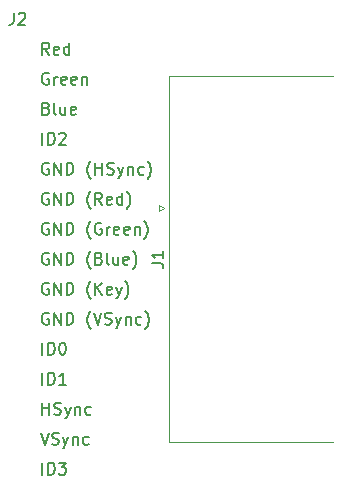
<source format=gto>
G04 #@! TF.GenerationSoftware,KiCad,Pcbnew,(5.1.6-0-10_14)*
G04 #@! TF.CreationDate,2020-11-19T10:08:44+01:00*
G04 #@! TF.ProjectId,VGA_breakout,5647415f-6272-4656-916b-6f75742e6b69,rev?*
G04 #@! TF.SameCoordinates,Original*
G04 #@! TF.FileFunction,Legend,Top*
G04 #@! TF.FilePolarity,Positive*
%FSLAX46Y46*%
G04 Gerber Fmt 4.6, Leading zero omitted, Abs format (unit mm)*
G04 Created by KiCad (PCBNEW (5.1.6-0-10_14)) date 2020-11-19 10:08:44*
%MOMM*%
%LPD*%
G01*
G04 APERTURE LIST*
%ADD10C,0.150000*%
%ADD11C,0.120000*%
G04 APERTURE END LIST*
D10*
X127936666Y-68032380D02*
X127936666Y-68746666D01*
X127889047Y-68889523D01*
X127793809Y-68984761D01*
X127650952Y-69032380D01*
X127555714Y-69032380D01*
X128365238Y-68127619D02*
X128412857Y-68080000D01*
X128508095Y-68032380D01*
X128746190Y-68032380D01*
X128841428Y-68080000D01*
X128889047Y-68127619D01*
X128936666Y-68222857D01*
X128936666Y-68318095D01*
X128889047Y-68460952D01*
X128317619Y-69032380D01*
X128936666Y-69032380D01*
X130383595Y-107132380D02*
X130383595Y-106132380D01*
X130859785Y-107132380D02*
X130859785Y-106132380D01*
X131097880Y-106132380D01*
X131240738Y-106180000D01*
X131335976Y-106275238D01*
X131383595Y-106370476D01*
X131431214Y-106560952D01*
X131431214Y-106703809D01*
X131383595Y-106894285D01*
X131335976Y-106989523D01*
X131240738Y-107084761D01*
X131097880Y-107132380D01*
X130859785Y-107132380D01*
X131764547Y-106132380D02*
X132383595Y-106132380D01*
X132050261Y-106513333D01*
X132193119Y-106513333D01*
X132288357Y-106560952D01*
X132335976Y-106608571D01*
X132383595Y-106703809D01*
X132383595Y-106941904D01*
X132335976Y-107037142D01*
X132288357Y-107084761D01*
X132193119Y-107132380D01*
X131907404Y-107132380D01*
X131812166Y-107084761D01*
X131764547Y-107037142D01*
X130240738Y-103592380D02*
X130574071Y-104592380D01*
X130907404Y-103592380D01*
X131193119Y-104544761D02*
X131335976Y-104592380D01*
X131574071Y-104592380D01*
X131669309Y-104544761D01*
X131716928Y-104497142D01*
X131764547Y-104401904D01*
X131764547Y-104306666D01*
X131716928Y-104211428D01*
X131669309Y-104163809D01*
X131574071Y-104116190D01*
X131383595Y-104068571D01*
X131288357Y-104020952D01*
X131240738Y-103973333D01*
X131193119Y-103878095D01*
X131193119Y-103782857D01*
X131240738Y-103687619D01*
X131288357Y-103640000D01*
X131383595Y-103592380D01*
X131621690Y-103592380D01*
X131764547Y-103640000D01*
X132097880Y-103925714D02*
X132335976Y-104592380D01*
X132574071Y-103925714D02*
X132335976Y-104592380D01*
X132240738Y-104830476D01*
X132193119Y-104878095D01*
X132097880Y-104925714D01*
X132955023Y-103925714D02*
X132955023Y-104592380D01*
X132955023Y-104020952D02*
X133002642Y-103973333D01*
X133097880Y-103925714D01*
X133240738Y-103925714D01*
X133335976Y-103973333D01*
X133383595Y-104068571D01*
X133383595Y-104592380D01*
X134288357Y-104544761D02*
X134193119Y-104592380D01*
X134002642Y-104592380D01*
X133907404Y-104544761D01*
X133859785Y-104497142D01*
X133812166Y-104401904D01*
X133812166Y-104116190D01*
X133859785Y-104020952D01*
X133907404Y-103973333D01*
X134002642Y-103925714D01*
X134193119Y-103925714D01*
X134288357Y-103973333D01*
X130383595Y-102052380D02*
X130383595Y-101052380D01*
X130383595Y-101528571D02*
X130955023Y-101528571D01*
X130955023Y-102052380D02*
X130955023Y-101052380D01*
X131383595Y-102004761D02*
X131526452Y-102052380D01*
X131764547Y-102052380D01*
X131859785Y-102004761D01*
X131907404Y-101957142D01*
X131955023Y-101861904D01*
X131955023Y-101766666D01*
X131907404Y-101671428D01*
X131859785Y-101623809D01*
X131764547Y-101576190D01*
X131574071Y-101528571D01*
X131478833Y-101480952D01*
X131431214Y-101433333D01*
X131383595Y-101338095D01*
X131383595Y-101242857D01*
X131431214Y-101147619D01*
X131478833Y-101100000D01*
X131574071Y-101052380D01*
X131812166Y-101052380D01*
X131955023Y-101100000D01*
X132288357Y-101385714D02*
X132526452Y-102052380D01*
X132764547Y-101385714D02*
X132526452Y-102052380D01*
X132431214Y-102290476D01*
X132383595Y-102338095D01*
X132288357Y-102385714D01*
X133145500Y-101385714D02*
X133145500Y-102052380D01*
X133145500Y-101480952D02*
X133193119Y-101433333D01*
X133288357Y-101385714D01*
X133431214Y-101385714D01*
X133526452Y-101433333D01*
X133574071Y-101528571D01*
X133574071Y-102052380D01*
X134478833Y-102004761D02*
X134383595Y-102052380D01*
X134193119Y-102052380D01*
X134097880Y-102004761D01*
X134050261Y-101957142D01*
X134002642Y-101861904D01*
X134002642Y-101576190D01*
X134050261Y-101480952D01*
X134097880Y-101433333D01*
X134193119Y-101385714D01*
X134383595Y-101385714D01*
X134478833Y-101433333D01*
X130383595Y-99512380D02*
X130383595Y-98512380D01*
X130859785Y-99512380D02*
X130859785Y-98512380D01*
X131097880Y-98512380D01*
X131240738Y-98560000D01*
X131335976Y-98655238D01*
X131383595Y-98750476D01*
X131431214Y-98940952D01*
X131431214Y-99083809D01*
X131383595Y-99274285D01*
X131335976Y-99369523D01*
X131240738Y-99464761D01*
X131097880Y-99512380D01*
X130859785Y-99512380D01*
X132383595Y-99512380D02*
X131812166Y-99512380D01*
X132097880Y-99512380D02*
X132097880Y-98512380D01*
X132002642Y-98655238D01*
X131907404Y-98750476D01*
X131812166Y-98798095D01*
X130383595Y-96972380D02*
X130383595Y-95972380D01*
X130859785Y-96972380D02*
X130859785Y-95972380D01*
X131097880Y-95972380D01*
X131240738Y-96020000D01*
X131335976Y-96115238D01*
X131383595Y-96210476D01*
X131431214Y-96400952D01*
X131431214Y-96543809D01*
X131383595Y-96734285D01*
X131335976Y-96829523D01*
X131240738Y-96924761D01*
X131097880Y-96972380D01*
X130859785Y-96972380D01*
X132050261Y-95972380D02*
X132145500Y-95972380D01*
X132240738Y-96020000D01*
X132288357Y-96067619D01*
X132335976Y-96162857D01*
X132383595Y-96353333D01*
X132383595Y-96591428D01*
X132335976Y-96781904D01*
X132288357Y-96877142D01*
X132240738Y-96924761D01*
X132145500Y-96972380D01*
X132050261Y-96972380D01*
X131955023Y-96924761D01*
X131907404Y-96877142D01*
X131859785Y-96781904D01*
X131812166Y-96591428D01*
X131812166Y-96353333D01*
X131859785Y-96162857D01*
X131907404Y-96067619D01*
X131955023Y-96020000D01*
X132050261Y-95972380D01*
X130907404Y-93480000D02*
X130812166Y-93432380D01*
X130669309Y-93432380D01*
X130526452Y-93480000D01*
X130431214Y-93575238D01*
X130383595Y-93670476D01*
X130335976Y-93860952D01*
X130335976Y-94003809D01*
X130383595Y-94194285D01*
X130431214Y-94289523D01*
X130526452Y-94384761D01*
X130669309Y-94432380D01*
X130764547Y-94432380D01*
X130907404Y-94384761D01*
X130955023Y-94337142D01*
X130955023Y-94003809D01*
X130764547Y-94003809D01*
X131383595Y-94432380D02*
X131383595Y-93432380D01*
X131955023Y-94432380D01*
X131955023Y-93432380D01*
X132431214Y-94432380D02*
X132431214Y-93432380D01*
X132669309Y-93432380D01*
X132812166Y-93480000D01*
X132907404Y-93575238D01*
X132955023Y-93670476D01*
X133002642Y-93860952D01*
X133002642Y-94003809D01*
X132955023Y-94194285D01*
X132907404Y-94289523D01*
X132812166Y-94384761D01*
X132669309Y-94432380D01*
X132431214Y-94432380D01*
X134478833Y-94813333D02*
X134431214Y-94765714D01*
X134335976Y-94622857D01*
X134288357Y-94527619D01*
X134240738Y-94384761D01*
X134193119Y-94146666D01*
X134193119Y-93956190D01*
X134240738Y-93718095D01*
X134288357Y-93575238D01*
X134335976Y-93480000D01*
X134431214Y-93337142D01*
X134478833Y-93289523D01*
X134716928Y-93432380D02*
X135050261Y-94432380D01*
X135383595Y-93432380D01*
X135669309Y-94384761D02*
X135812166Y-94432380D01*
X136050261Y-94432380D01*
X136145500Y-94384761D01*
X136193119Y-94337142D01*
X136240738Y-94241904D01*
X136240738Y-94146666D01*
X136193119Y-94051428D01*
X136145500Y-94003809D01*
X136050261Y-93956190D01*
X135859785Y-93908571D01*
X135764547Y-93860952D01*
X135716928Y-93813333D01*
X135669309Y-93718095D01*
X135669309Y-93622857D01*
X135716928Y-93527619D01*
X135764547Y-93480000D01*
X135859785Y-93432380D01*
X136097880Y-93432380D01*
X136240738Y-93480000D01*
X136574071Y-93765714D02*
X136812166Y-94432380D01*
X137050261Y-93765714D02*
X136812166Y-94432380D01*
X136716928Y-94670476D01*
X136669309Y-94718095D01*
X136574071Y-94765714D01*
X137431214Y-93765714D02*
X137431214Y-94432380D01*
X137431214Y-93860952D02*
X137478833Y-93813333D01*
X137574071Y-93765714D01*
X137716928Y-93765714D01*
X137812166Y-93813333D01*
X137859785Y-93908571D01*
X137859785Y-94432380D01*
X138764547Y-94384761D02*
X138669309Y-94432380D01*
X138478833Y-94432380D01*
X138383595Y-94384761D01*
X138335976Y-94337142D01*
X138288357Y-94241904D01*
X138288357Y-93956190D01*
X138335976Y-93860952D01*
X138383595Y-93813333D01*
X138478833Y-93765714D01*
X138669309Y-93765714D01*
X138764547Y-93813333D01*
X139097880Y-94813333D02*
X139145500Y-94765714D01*
X139240738Y-94622857D01*
X139288357Y-94527619D01*
X139335976Y-94384761D01*
X139383595Y-94146666D01*
X139383595Y-93956190D01*
X139335976Y-93718095D01*
X139288357Y-93575238D01*
X139240738Y-93480000D01*
X139145500Y-93337142D01*
X139097880Y-93289523D01*
X130907404Y-90940000D02*
X130812166Y-90892380D01*
X130669309Y-90892380D01*
X130526452Y-90940000D01*
X130431214Y-91035238D01*
X130383595Y-91130476D01*
X130335976Y-91320952D01*
X130335976Y-91463809D01*
X130383595Y-91654285D01*
X130431214Y-91749523D01*
X130526452Y-91844761D01*
X130669309Y-91892380D01*
X130764547Y-91892380D01*
X130907404Y-91844761D01*
X130955023Y-91797142D01*
X130955023Y-91463809D01*
X130764547Y-91463809D01*
X131383595Y-91892380D02*
X131383595Y-90892380D01*
X131955023Y-91892380D01*
X131955023Y-90892380D01*
X132431214Y-91892380D02*
X132431214Y-90892380D01*
X132669309Y-90892380D01*
X132812166Y-90940000D01*
X132907404Y-91035238D01*
X132955023Y-91130476D01*
X133002642Y-91320952D01*
X133002642Y-91463809D01*
X132955023Y-91654285D01*
X132907404Y-91749523D01*
X132812166Y-91844761D01*
X132669309Y-91892380D01*
X132431214Y-91892380D01*
X134478833Y-92273333D02*
X134431214Y-92225714D01*
X134335976Y-92082857D01*
X134288357Y-91987619D01*
X134240738Y-91844761D01*
X134193119Y-91606666D01*
X134193119Y-91416190D01*
X134240738Y-91178095D01*
X134288357Y-91035238D01*
X134335976Y-90940000D01*
X134431214Y-90797142D01*
X134478833Y-90749523D01*
X134859785Y-91892380D02*
X134859785Y-90892380D01*
X135431214Y-91892380D02*
X135002642Y-91320952D01*
X135431214Y-90892380D02*
X134859785Y-91463809D01*
X136240738Y-91844761D02*
X136145500Y-91892380D01*
X135955023Y-91892380D01*
X135859785Y-91844761D01*
X135812166Y-91749523D01*
X135812166Y-91368571D01*
X135859785Y-91273333D01*
X135955023Y-91225714D01*
X136145500Y-91225714D01*
X136240738Y-91273333D01*
X136288357Y-91368571D01*
X136288357Y-91463809D01*
X135812166Y-91559047D01*
X136621690Y-91225714D02*
X136859785Y-91892380D01*
X137097880Y-91225714D02*
X136859785Y-91892380D01*
X136764547Y-92130476D01*
X136716928Y-92178095D01*
X136621690Y-92225714D01*
X137383595Y-92273333D02*
X137431214Y-92225714D01*
X137526452Y-92082857D01*
X137574071Y-91987619D01*
X137621690Y-91844761D01*
X137669309Y-91606666D01*
X137669309Y-91416190D01*
X137621690Y-91178095D01*
X137574071Y-91035238D01*
X137526452Y-90940000D01*
X137431214Y-90797142D01*
X137383595Y-90749523D01*
X130907404Y-88400000D02*
X130812166Y-88352380D01*
X130669309Y-88352380D01*
X130526452Y-88400000D01*
X130431214Y-88495238D01*
X130383595Y-88590476D01*
X130335976Y-88780952D01*
X130335976Y-88923809D01*
X130383595Y-89114285D01*
X130431214Y-89209523D01*
X130526452Y-89304761D01*
X130669309Y-89352380D01*
X130764547Y-89352380D01*
X130907404Y-89304761D01*
X130955023Y-89257142D01*
X130955023Y-88923809D01*
X130764547Y-88923809D01*
X131383595Y-89352380D02*
X131383595Y-88352380D01*
X131955023Y-89352380D01*
X131955023Y-88352380D01*
X132431214Y-89352380D02*
X132431214Y-88352380D01*
X132669309Y-88352380D01*
X132812166Y-88400000D01*
X132907404Y-88495238D01*
X132955023Y-88590476D01*
X133002642Y-88780952D01*
X133002642Y-88923809D01*
X132955023Y-89114285D01*
X132907404Y-89209523D01*
X132812166Y-89304761D01*
X132669309Y-89352380D01*
X132431214Y-89352380D01*
X134478833Y-89733333D02*
X134431214Y-89685714D01*
X134335976Y-89542857D01*
X134288357Y-89447619D01*
X134240738Y-89304761D01*
X134193119Y-89066666D01*
X134193119Y-88876190D01*
X134240738Y-88638095D01*
X134288357Y-88495238D01*
X134335976Y-88400000D01*
X134431214Y-88257142D01*
X134478833Y-88209523D01*
X135193119Y-88828571D02*
X135335976Y-88876190D01*
X135383595Y-88923809D01*
X135431214Y-89019047D01*
X135431214Y-89161904D01*
X135383595Y-89257142D01*
X135335976Y-89304761D01*
X135240738Y-89352380D01*
X134859785Y-89352380D01*
X134859785Y-88352380D01*
X135193119Y-88352380D01*
X135288357Y-88400000D01*
X135335976Y-88447619D01*
X135383595Y-88542857D01*
X135383595Y-88638095D01*
X135335976Y-88733333D01*
X135288357Y-88780952D01*
X135193119Y-88828571D01*
X134859785Y-88828571D01*
X136002642Y-89352380D02*
X135907404Y-89304761D01*
X135859785Y-89209523D01*
X135859785Y-88352380D01*
X136812166Y-88685714D02*
X136812166Y-89352380D01*
X136383595Y-88685714D02*
X136383595Y-89209523D01*
X136431214Y-89304761D01*
X136526452Y-89352380D01*
X136669309Y-89352380D01*
X136764547Y-89304761D01*
X136812166Y-89257142D01*
X137669309Y-89304761D02*
X137574071Y-89352380D01*
X137383595Y-89352380D01*
X137288357Y-89304761D01*
X137240738Y-89209523D01*
X137240738Y-88828571D01*
X137288357Y-88733333D01*
X137383595Y-88685714D01*
X137574071Y-88685714D01*
X137669309Y-88733333D01*
X137716928Y-88828571D01*
X137716928Y-88923809D01*
X137240738Y-89019047D01*
X138050261Y-89733333D02*
X138097880Y-89685714D01*
X138193119Y-89542857D01*
X138240738Y-89447619D01*
X138288357Y-89304761D01*
X138335976Y-89066666D01*
X138335976Y-88876190D01*
X138288357Y-88638095D01*
X138240738Y-88495238D01*
X138193119Y-88400000D01*
X138097880Y-88257142D01*
X138050261Y-88209523D01*
X130907404Y-85860000D02*
X130812166Y-85812380D01*
X130669309Y-85812380D01*
X130526452Y-85860000D01*
X130431214Y-85955238D01*
X130383595Y-86050476D01*
X130335976Y-86240952D01*
X130335976Y-86383809D01*
X130383595Y-86574285D01*
X130431214Y-86669523D01*
X130526452Y-86764761D01*
X130669309Y-86812380D01*
X130764547Y-86812380D01*
X130907404Y-86764761D01*
X130955023Y-86717142D01*
X130955023Y-86383809D01*
X130764547Y-86383809D01*
X131383595Y-86812380D02*
X131383595Y-85812380D01*
X131955023Y-86812380D01*
X131955023Y-85812380D01*
X132431214Y-86812380D02*
X132431214Y-85812380D01*
X132669309Y-85812380D01*
X132812166Y-85860000D01*
X132907404Y-85955238D01*
X132955023Y-86050476D01*
X133002642Y-86240952D01*
X133002642Y-86383809D01*
X132955023Y-86574285D01*
X132907404Y-86669523D01*
X132812166Y-86764761D01*
X132669309Y-86812380D01*
X132431214Y-86812380D01*
X134478833Y-87193333D02*
X134431214Y-87145714D01*
X134335976Y-87002857D01*
X134288357Y-86907619D01*
X134240738Y-86764761D01*
X134193119Y-86526666D01*
X134193119Y-86336190D01*
X134240738Y-86098095D01*
X134288357Y-85955238D01*
X134335976Y-85860000D01*
X134431214Y-85717142D01*
X134478833Y-85669523D01*
X135383595Y-85860000D02*
X135288357Y-85812380D01*
X135145500Y-85812380D01*
X135002642Y-85860000D01*
X134907404Y-85955238D01*
X134859785Y-86050476D01*
X134812166Y-86240952D01*
X134812166Y-86383809D01*
X134859785Y-86574285D01*
X134907404Y-86669523D01*
X135002642Y-86764761D01*
X135145500Y-86812380D01*
X135240738Y-86812380D01*
X135383595Y-86764761D01*
X135431214Y-86717142D01*
X135431214Y-86383809D01*
X135240738Y-86383809D01*
X135859785Y-86812380D02*
X135859785Y-86145714D01*
X135859785Y-86336190D02*
X135907404Y-86240952D01*
X135955023Y-86193333D01*
X136050261Y-86145714D01*
X136145500Y-86145714D01*
X136859785Y-86764761D02*
X136764547Y-86812380D01*
X136574071Y-86812380D01*
X136478833Y-86764761D01*
X136431214Y-86669523D01*
X136431214Y-86288571D01*
X136478833Y-86193333D01*
X136574071Y-86145714D01*
X136764547Y-86145714D01*
X136859785Y-86193333D01*
X136907404Y-86288571D01*
X136907404Y-86383809D01*
X136431214Y-86479047D01*
X137716928Y-86764761D02*
X137621690Y-86812380D01*
X137431214Y-86812380D01*
X137335976Y-86764761D01*
X137288357Y-86669523D01*
X137288357Y-86288571D01*
X137335976Y-86193333D01*
X137431214Y-86145714D01*
X137621690Y-86145714D01*
X137716928Y-86193333D01*
X137764547Y-86288571D01*
X137764547Y-86383809D01*
X137288357Y-86479047D01*
X138193119Y-86145714D02*
X138193119Y-86812380D01*
X138193119Y-86240952D02*
X138240738Y-86193333D01*
X138335976Y-86145714D01*
X138478833Y-86145714D01*
X138574071Y-86193333D01*
X138621690Y-86288571D01*
X138621690Y-86812380D01*
X139002642Y-87193333D02*
X139050261Y-87145714D01*
X139145500Y-87002857D01*
X139193119Y-86907619D01*
X139240738Y-86764761D01*
X139288357Y-86526666D01*
X139288357Y-86336190D01*
X139240738Y-86098095D01*
X139193119Y-85955238D01*
X139145500Y-85860000D01*
X139050261Y-85717142D01*
X139002642Y-85669523D01*
X130907404Y-83320000D02*
X130812166Y-83272380D01*
X130669309Y-83272380D01*
X130526452Y-83320000D01*
X130431214Y-83415238D01*
X130383595Y-83510476D01*
X130335976Y-83700952D01*
X130335976Y-83843809D01*
X130383595Y-84034285D01*
X130431214Y-84129523D01*
X130526452Y-84224761D01*
X130669309Y-84272380D01*
X130764547Y-84272380D01*
X130907404Y-84224761D01*
X130955023Y-84177142D01*
X130955023Y-83843809D01*
X130764547Y-83843809D01*
X131383595Y-84272380D02*
X131383595Y-83272380D01*
X131955023Y-84272380D01*
X131955023Y-83272380D01*
X132431214Y-84272380D02*
X132431214Y-83272380D01*
X132669309Y-83272380D01*
X132812166Y-83320000D01*
X132907404Y-83415238D01*
X132955023Y-83510476D01*
X133002642Y-83700952D01*
X133002642Y-83843809D01*
X132955023Y-84034285D01*
X132907404Y-84129523D01*
X132812166Y-84224761D01*
X132669309Y-84272380D01*
X132431214Y-84272380D01*
X134478833Y-84653333D02*
X134431214Y-84605714D01*
X134335976Y-84462857D01*
X134288357Y-84367619D01*
X134240738Y-84224761D01*
X134193119Y-83986666D01*
X134193119Y-83796190D01*
X134240738Y-83558095D01*
X134288357Y-83415238D01*
X134335976Y-83320000D01*
X134431214Y-83177142D01*
X134478833Y-83129523D01*
X135431214Y-84272380D02*
X135097880Y-83796190D01*
X134859785Y-84272380D02*
X134859785Y-83272380D01*
X135240738Y-83272380D01*
X135335976Y-83320000D01*
X135383595Y-83367619D01*
X135431214Y-83462857D01*
X135431214Y-83605714D01*
X135383595Y-83700952D01*
X135335976Y-83748571D01*
X135240738Y-83796190D01*
X134859785Y-83796190D01*
X136240738Y-84224761D02*
X136145500Y-84272380D01*
X135955023Y-84272380D01*
X135859785Y-84224761D01*
X135812166Y-84129523D01*
X135812166Y-83748571D01*
X135859785Y-83653333D01*
X135955023Y-83605714D01*
X136145500Y-83605714D01*
X136240738Y-83653333D01*
X136288357Y-83748571D01*
X136288357Y-83843809D01*
X135812166Y-83939047D01*
X137145500Y-84272380D02*
X137145500Y-83272380D01*
X137145500Y-84224761D02*
X137050261Y-84272380D01*
X136859785Y-84272380D01*
X136764547Y-84224761D01*
X136716928Y-84177142D01*
X136669309Y-84081904D01*
X136669309Y-83796190D01*
X136716928Y-83700952D01*
X136764547Y-83653333D01*
X136859785Y-83605714D01*
X137050261Y-83605714D01*
X137145500Y-83653333D01*
X137526452Y-84653333D02*
X137574071Y-84605714D01*
X137669309Y-84462857D01*
X137716928Y-84367619D01*
X137764547Y-84224761D01*
X137812166Y-83986666D01*
X137812166Y-83796190D01*
X137764547Y-83558095D01*
X137716928Y-83415238D01*
X137669309Y-83320000D01*
X137574071Y-83177142D01*
X137526452Y-83129523D01*
X130907404Y-80780000D02*
X130812166Y-80732380D01*
X130669309Y-80732380D01*
X130526452Y-80780000D01*
X130431214Y-80875238D01*
X130383595Y-80970476D01*
X130335976Y-81160952D01*
X130335976Y-81303809D01*
X130383595Y-81494285D01*
X130431214Y-81589523D01*
X130526452Y-81684761D01*
X130669309Y-81732380D01*
X130764547Y-81732380D01*
X130907404Y-81684761D01*
X130955023Y-81637142D01*
X130955023Y-81303809D01*
X130764547Y-81303809D01*
X131383595Y-81732380D02*
X131383595Y-80732380D01*
X131955023Y-81732380D01*
X131955023Y-80732380D01*
X132431214Y-81732380D02*
X132431214Y-80732380D01*
X132669309Y-80732380D01*
X132812166Y-80780000D01*
X132907404Y-80875238D01*
X132955023Y-80970476D01*
X133002642Y-81160952D01*
X133002642Y-81303809D01*
X132955023Y-81494285D01*
X132907404Y-81589523D01*
X132812166Y-81684761D01*
X132669309Y-81732380D01*
X132431214Y-81732380D01*
X134478833Y-82113333D02*
X134431214Y-82065714D01*
X134335976Y-81922857D01*
X134288357Y-81827619D01*
X134240738Y-81684761D01*
X134193119Y-81446666D01*
X134193119Y-81256190D01*
X134240738Y-81018095D01*
X134288357Y-80875238D01*
X134335976Y-80780000D01*
X134431214Y-80637142D01*
X134478833Y-80589523D01*
X134859785Y-81732380D02*
X134859785Y-80732380D01*
X134859785Y-81208571D02*
X135431214Y-81208571D01*
X135431214Y-81732380D02*
X135431214Y-80732380D01*
X135859785Y-81684761D02*
X136002642Y-81732380D01*
X136240738Y-81732380D01*
X136335976Y-81684761D01*
X136383595Y-81637142D01*
X136431214Y-81541904D01*
X136431214Y-81446666D01*
X136383595Y-81351428D01*
X136335976Y-81303809D01*
X136240738Y-81256190D01*
X136050261Y-81208571D01*
X135955023Y-81160952D01*
X135907404Y-81113333D01*
X135859785Y-81018095D01*
X135859785Y-80922857D01*
X135907404Y-80827619D01*
X135955023Y-80780000D01*
X136050261Y-80732380D01*
X136288357Y-80732380D01*
X136431214Y-80780000D01*
X136764547Y-81065714D02*
X137002642Y-81732380D01*
X137240738Y-81065714D02*
X137002642Y-81732380D01*
X136907404Y-81970476D01*
X136859785Y-82018095D01*
X136764547Y-82065714D01*
X137621690Y-81065714D02*
X137621690Y-81732380D01*
X137621690Y-81160952D02*
X137669309Y-81113333D01*
X137764547Y-81065714D01*
X137907404Y-81065714D01*
X138002642Y-81113333D01*
X138050261Y-81208571D01*
X138050261Y-81732380D01*
X138955023Y-81684761D02*
X138859785Y-81732380D01*
X138669309Y-81732380D01*
X138574071Y-81684761D01*
X138526452Y-81637142D01*
X138478833Y-81541904D01*
X138478833Y-81256190D01*
X138526452Y-81160952D01*
X138574071Y-81113333D01*
X138669309Y-81065714D01*
X138859785Y-81065714D01*
X138955023Y-81113333D01*
X139288357Y-82113333D02*
X139335976Y-82065714D01*
X139431214Y-81922857D01*
X139478833Y-81827619D01*
X139526452Y-81684761D01*
X139574071Y-81446666D01*
X139574071Y-81256190D01*
X139526452Y-81018095D01*
X139478833Y-80875238D01*
X139431214Y-80780000D01*
X139335976Y-80637142D01*
X139288357Y-80589523D01*
X130383595Y-79192380D02*
X130383595Y-78192380D01*
X130859785Y-79192380D02*
X130859785Y-78192380D01*
X131097880Y-78192380D01*
X131240738Y-78240000D01*
X131335976Y-78335238D01*
X131383595Y-78430476D01*
X131431214Y-78620952D01*
X131431214Y-78763809D01*
X131383595Y-78954285D01*
X131335976Y-79049523D01*
X131240738Y-79144761D01*
X131097880Y-79192380D01*
X130859785Y-79192380D01*
X131812166Y-78287619D02*
X131859785Y-78240000D01*
X131955023Y-78192380D01*
X132193119Y-78192380D01*
X132288357Y-78240000D01*
X132335976Y-78287619D01*
X132383595Y-78382857D01*
X132383595Y-78478095D01*
X132335976Y-78620952D01*
X131764547Y-79192380D01*
X132383595Y-79192380D01*
X130716928Y-76128571D02*
X130859785Y-76176190D01*
X130907404Y-76223809D01*
X130955023Y-76319047D01*
X130955023Y-76461904D01*
X130907404Y-76557142D01*
X130859785Y-76604761D01*
X130764547Y-76652380D01*
X130383595Y-76652380D01*
X130383595Y-75652380D01*
X130716928Y-75652380D01*
X130812166Y-75700000D01*
X130859785Y-75747619D01*
X130907404Y-75842857D01*
X130907404Y-75938095D01*
X130859785Y-76033333D01*
X130812166Y-76080952D01*
X130716928Y-76128571D01*
X130383595Y-76128571D01*
X131526452Y-76652380D02*
X131431214Y-76604761D01*
X131383595Y-76509523D01*
X131383595Y-75652380D01*
X132335976Y-75985714D02*
X132335976Y-76652380D01*
X131907404Y-75985714D02*
X131907404Y-76509523D01*
X131955023Y-76604761D01*
X132050261Y-76652380D01*
X132193119Y-76652380D01*
X132288357Y-76604761D01*
X132335976Y-76557142D01*
X133193119Y-76604761D02*
X133097880Y-76652380D01*
X132907404Y-76652380D01*
X132812166Y-76604761D01*
X132764547Y-76509523D01*
X132764547Y-76128571D01*
X132812166Y-76033333D01*
X132907404Y-75985714D01*
X133097880Y-75985714D01*
X133193119Y-76033333D01*
X133240738Y-76128571D01*
X133240738Y-76223809D01*
X132764547Y-76319047D01*
X130907404Y-73160000D02*
X130812166Y-73112380D01*
X130669309Y-73112380D01*
X130526452Y-73160000D01*
X130431214Y-73255238D01*
X130383595Y-73350476D01*
X130335976Y-73540952D01*
X130335976Y-73683809D01*
X130383595Y-73874285D01*
X130431214Y-73969523D01*
X130526452Y-74064761D01*
X130669309Y-74112380D01*
X130764547Y-74112380D01*
X130907404Y-74064761D01*
X130955023Y-74017142D01*
X130955023Y-73683809D01*
X130764547Y-73683809D01*
X131383595Y-74112380D02*
X131383595Y-73445714D01*
X131383595Y-73636190D02*
X131431214Y-73540952D01*
X131478833Y-73493333D01*
X131574071Y-73445714D01*
X131669309Y-73445714D01*
X132383595Y-74064761D02*
X132288357Y-74112380D01*
X132097880Y-74112380D01*
X132002642Y-74064761D01*
X131955023Y-73969523D01*
X131955023Y-73588571D01*
X132002642Y-73493333D01*
X132097880Y-73445714D01*
X132288357Y-73445714D01*
X132383595Y-73493333D01*
X132431214Y-73588571D01*
X132431214Y-73683809D01*
X131955023Y-73779047D01*
X133240738Y-74064761D02*
X133145500Y-74112380D01*
X132955023Y-74112380D01*
X132859785Y-74064761D01*
X132812166Y-73969523D01*
X132812166Y-73588571D01*
X132859785Y-73493333D01*
X132955023Y-73445714D01*
X133145500Y-73445714D01*
X133240738Y-73493333D01*
X133288357Y-73588571D01*
X133288357Y-73683809D01*
X132812166Y-73779047D01*
X133716928Y-73445714D02*
X133716928Y-74112380D01*
X133716928Y-73540952D02*
X133764547Y-73493333D01*
X133859785Y-73445714D01*
X134002642Y-73445714D01*
X134097880Y-73493333D01*
X134145500Y-73588571D01*
X134145500Y-74112380D01*
X130955023Y-71572380D02*
X130621690Y-71096190D01*
X130383595Y-71572380D02*
X130383595Y-70572380D01*
X130764547Y-70572380D01*
X130859785Y-70620000D01*
X130907404Y-70667619D01*
X130955023Y-70762857D01*
X130955023Y-70905714D01*
X130907404Y-71000952D01*
X130859785Y-71048571D01*
X130764547Y-71096190D01*
X130383595Y-71096190D01*
X131764547Y-71524761D02*
X131669309Y-71572380D01*
X131478833Y-71572380D01*
X131383595Y-71524761D01*
X131335976Y-71429523D01*
X131335976Y-71048571D01*
X131383595Y-70953333D01*
X131478833Y-70905714D01*
X131669309Y-70905714D01*
X131764547Y-70953333D01*
X131812166Y-71048571D01*
X131812166Y-71143809D01*
X131335976Y-71239047D01*
X132669309Y-71572380D02*
X132669309Y-70572380D01*
X132669309Y-71524761D02*
X132574071Y-71572380D01*
X132383595Y-71572380D01*
X132288357Y-71524761D01*
X132240738Y-71477142D01*
X132193119Y-71381904D01*
X132193119Y-71096190D01*
X132240738Y-71000952D01*
X132288357Y-70953333D01*
X132383595Y-70905714D01*
X132574071Y-70905714D01*
X132669309Y-70953333D01*
D11*
X154998000Y-104382000D02*
X141108000Y-104382000D01*
X141108000Y-104382000D02*
X141108000Y-73412000D01*
X141108000Y-73412000D02*
X154998000Y-73412000D01*
X140213662Y-84832000D02*
X140213662Y-84332000D01*
X140213662Y-84332000D02*
X140646675Y-84582000D01*
X140646675Y-84582000D02*
X140213662Y-84832000D01*
D10*
X139620380Y-89230333D02*
X140334666Y-89230333D01*
X140477523Y-89277952D01*
X140572761Y-89373190D01*
X140620380Y-89516047D01*
X140620380Y-89611285D01*
X140620380Y-88230333D02*
X140620380Y-88801761D01*
X140620380Y-88516047D02*
X139620380Y-88516047D01*
X139763238Y-88611285D01*
X139858476Y-88706523D01*
X139906095Y-88801761D01*
M02*

</source>
